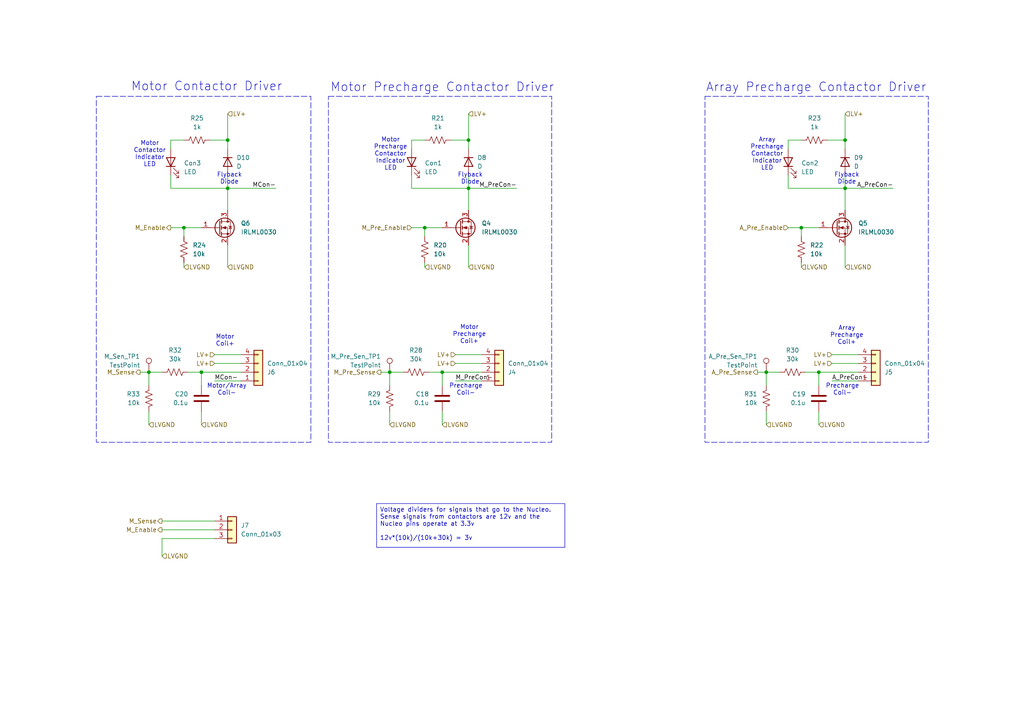
<source format=kicad_sch>
(kicad_sch (version 20231120) (generator "eeschema") (generator_version "8.0")
  (paper "A4")
  (lib_symbols
    (symbol "Connector:TestPoint" (pin_numbers hide) (pin_names (offset 0.762) hide)
      (property "Reference" "TP" (at 0 6.858 0))
      (property "Value" "TestPoint" (at 0 5.08 0))
      (symbol "TestPoint_0_1"
        (circle (center 0 3.302) (radius 0.762))
      )
      (symbol "TestPoint_1_1"
        (pin passive line (at 0 0 90) (length 2.54) (name "1") (number "1"))
      )
    )
    (symbol "Connector_Generic:Conn_01x03" (pin_names (offset 1.016) hide)
      (property "Reference" "J" (at 0 5.08 0))
      (property "Value" "Conn_01x03" (at 0 -5.08 0))
      (symbol "Conn_01x03_1_1"
        (rectangle (start -1.27 -2.413) (end 0 -2.667) (stroke (width 0.1524)))
        (rectangle (start -1.27 0.127) (end 0 -0.127) (stroke (width 0.1524)))
        (rectangle (start -1.27 2.667) (end 0 2.413) (stroke (width 0.1524)))
        (rectangle (start -1.27 3.81) (end 1.27 -3.81) (stroke (width 0.254)) (fill (type background)))
        (pin passive line (at -5.08 2.54 0) (length 3.81) (name "Pin_1") (number "1"))
        (pin passive line (at -5.08 0 0) (length 3.81) (name "Pin_2") (number "2"))
        (pin passive line (at -5.08 -2.54 0) (length 3.81) (name "Pin_3") (number "3"))
      )
    )
    (symbol "Connector_Generic:Conn_01x04" (pin_names (offset 1.016) hide)
      (property "Reference" "J" (at 0 5.08 0))
      (property "Value" "Conn_01x04" (at 0 -7.62 0))
      (symbol "Conn_01x04_1_1"
        (rectangle (start -1.27 -4.953) (end 0 -5.207) (stroke (width 0.1524)))
        (rectangle (start -1.27 -2.413) (end 0 -2.667) (stroke (width 0.1524)))
        (rectangle (start -1.27 0.127) (end 0 -0.127) (stroke (width 0.1524)))
        (rectangle (start -1.27 2.667) (end 0 2.413) (stroke (width 0.1524)))
        (rectangle (start -1.27 3.81) (end 1.27 -6.35) (stroke (width 0.254)) (fill (type background)))
        (pin passive line (at -5.08 2.54 0) (length 3.81) (name "Pin_1") (number "1"))
        (pin passive line (at -5.08 0 0) (length 3.81) (name "Pin_2") (number "2"))
        (pin passive line (at -5.08 -2.54 0) (length 3.81) (name "Pin_3") (number "3"))
        (pin passive line (at -5.08 -5.08 0) (length 3.81) (name "Pin_4") (number "4"))
      )
    )
    (symbol "Device:C" (pin_numbers hide) (pin_names (offset 0.254))
      (property "Reference" "C" (at 0.635 2.54 0))
      (property "Value" "C" (at 0.635 -2.54 0))
      (symbol "C_0_1"
        (polyline (pts (xy -2.032 -0.762) (xy 2.032 -0.762)) (stroke (width 0.508)))
        (polyline (pts (xy -2.032 0.762) (xy 2.032 0.762)) (stroke (width 0.508)))
      )
      (symbol "C_1_1"
        (pin passive line (at 0 3.81 270) (length 2.794) (name "~") (number "1"))
        (pin passive line (at 0 -3.81 90) (length 2.794) (name "~") (number "2"))
      )
    )
    (symbol "Device:D" (pin_numbers hide) (pin_names (offset 1.016) hide)
      (property "Reference" "D" (at 0 2.54 0))
      (property "Value" "D" (at 0 -2.54 0))
      (symbol "D_0_1"
        (polyline (pts (xy -1.27 1.27) (xy -1.27 -1.27)) (stroke (width 0.254)))
        (polyline (pts (xy 1.27 0) (xy -1.27 0)))
        (polyline (pts (xy 1.27 1.27) (xy 1.27 -1.27) (xy -1.27 0) (xy 1.27 1.27)) (stroke (width 0.254)))
      )
      (symbol "D_1_1"
        (pin passive line (at -3.81 0 0) (length 2.54) (name "K") (number "1"))
        (pin passive line (at 3.81 0 180) (length 2.54) (name "A") (number "2"))
      )
    )
    (symbol "Device:LED" (pin_numbers hide) (pin_names (offset 1.016) hide)
      (property "Reference" "D" (at 0 2.54 0))
      (property "Value" "LED" (at 0 -2.54 0))
      (symbol "LED_0_1"
        (polyline (pts (xy -1.27 -1.27) (xy -1.27 1.27)) (stroke (width 0.254)))
        (polyline (pts (xy -1.27 0) (xy 1.27 0)))
        (polyline (pts (xy 1.27 -1.27) (xy 1.27 1.27) (xy -1.27 0) (xy 1.27 -1.27)) (stroke (width 0.254)))
        (polyline (pts (xy -3.048 -0.762) (xy -4.572 -2.286) (xy -3.81 -2.286) (xy -4.572 -2.286) (xy -4.572 -1.524)))
        (polyline (pts (xy -1.778 -0.762) (xy -3.302 -2.286) (xy -2.54 -2.286) (xy -3.302 -2.286) (xy -3.302 -1.524)))
      )
      (symbol "LED_1_1"
        (pin passive line (at -3.81 0 0) (length 2.54) (name "K") (number "1"))
        (pin passive line (at 3.81 0 180) (length 2.54) (name "A") (number "2"))
      )
    )
    (symbol "Device:R_US" (pin_numbers hide) (pin_names (offset 0))
      (property "Reference" "R" (at 2.54 0 90))
      (property "Value" "R_US" (at -2.54 0 90))
      (symbol "R_US_0_1"
        (polyline (pts (xy 0 -2.286) (xy 0 -2.54)))
        (polyline (pts (xy 0 2.286) (xy 0 2.54)))
        (polyline (pts (xy 0 -0.762) (xy 1.016 -1.143) (xy 0 -1.524) (xy -1.016 -1.905) (xy 0 -2.286)))
        (polyline (pts (xy 0 0.762) (xy 1.016 0.381) (xy 0 0) (xy -1.016 -0.381) (xy 0 -0.762)))
        (polyline (pts (xy 0 2.286) (xy 1.016 1.905) (xy 0 1.524) (xy -1.016 1.143) (xy 0 0.762)))
      )
      (symbol "R_US_1_1"
        (pin passive line (at 0 3.81 270) (length 1.27) (name "~") (number "1"))
        (pin passive line (at 0 -3.81 90) (length 1.27) (name "~") (number "2"))
      )
    )
    (symbol "Transistor_FET:IRLML0030" (pin_names hide)
      (property "Reference" "Q" (at 5.08 1.905 0))
      (property "Value" "IRLML0030" (at 5.08 0 0))
      (symbol "IRLML0030_0_1"
        (polyline (pts (xy 0.254 0) (xy -2.54 0)))
        (polyline (pts (xy 0.254 1.905) (xy 0.254 -1.905)) (stroke (width 0.254)))
        (polyline (pts (xy 0.762 -1.27) (xy 0.762 -2.286)) (stroke (width 0.254)))
        (polyline (pts (xy 0.762 0.508) (xy 0.762 -0.508)) (stroke (width 0.254)))
        (polyline (pts (xy 0.762 2.286) (xy 0.762 1.27)) (stroke (width 0.254)))
        (polyline (pts (xy 2.54 2.54) (xy 2.54 1.778)))
        (polyline (pts (xy 2.54 -2.54) (xy 2.54 0) (xy 0.762 0)))
        (polyline (pts (xy 0.762 -1.778) (xy 3.302 -1.778) (xy 3.302 1.778) (xy 0.762 1.778)))
        (polyline (pts (xy 1.016 0) (xy 2.032 0.381) (xy 2.032 -0.381) (xy 1.016 0)) (fill (type outline)))
        (polyline (pts (xy 2.794 0.508) (xy 2.921 0.381) (xy 3.683 0.381) (xy 3.81 0.254)))
        (polyline (pts (xy 3.302 0.381) (xy 2.921 -0.254) (xy 3.683 -0.254) (xy 3.302 0.381)))
        (circle (center 1.651 0) (radius 2.794) (stroke (width 0.254)))
        (circle (center 2.54 -1.778) (radius 0.254) (fill (type outline)))
        (circle (center 2.54 1.778) (radius 0.254) (fill (type outline)))
      )
      (symbol "IRLML0030_1_1"
        (pin input line (at -5.08 0 0) (length 2.54) (name "G") (number "1"))
        (pin passive line (at 2.54 -5.08 90) (length 2.54) (name "S") (number "2"))
        (pin passive line (at 2.54 5.08 270) (length 2.54) (name "D") (number "3"))
      )
    )
  )
  (junction (at 237.49 107.95))
  (junction (at 58.42 107.95))
  (junction (at 232.41 66.04))
  (junction (at 222.25 107.95))
  (junction (at 245.11 54.61))
  (junction (at 128.27 107.95))
  (junction (at 245.11 40.64))
  (junction (at 66.04 54.61))
  (junction (at 66.04 40.64))
  (junction (at 135.89 40.64))
  (junction (at 113.03 107.95))
  (junction (at 53.34 66.04))
  (junction (at 123.19 66.04))
  (junction (at 43.18 107.95))
  (junction (at 135.89 54.61))
  (wire (pts (xy 49.53 54.61) (xy 66.04 54.61)))
  (wire (pts (xy 62.23 110.49) (xy 69.85 110.49)))
  (wire (pts (xy 123.19 66.04) (xy 128.27 66.04)))
  (wire (pts (xy 241.3 102.87) (xy 248.92 102.87)))
  (wire (pts (xy 248.92 105.41) (xy 241.3 105.41)))
  (wire (pts (xy 49.53 50.8) (xy 49.53 54.61)))
  (wire (pts (xy 66.04 33.02) (xy 66.04 40.64)))
  (wire (pts (xy 132.08 110.49) (xy 139.7 110.49)))
  (wire (pts (xy 54.61 107.95) (xy 58.42 107.95)))
  (wire (pts (xy 123.19 68.58) (xy 123.19 66.04)))
  (wire (pts (xy 245.11 50.8) (xy 245.11 54.61)))
  (wire (pts (xy 46.99 156.21) (xy 62.23 156.21)))
  (wire (pts (xy 237.49 119.38) (xy 237.49 123.19)))
  (wire (pts (xy 228.6 40.64) (xy 228.6 43.18)))
  (wire (pts (xy 113.03 119.38) (xy 113.03 123.19)))
  (wire (pts (xy 119.38 40.64) (xy 119.38 43.18)))
  (wire (pts (xy 233.68 107.95) (xy 237.49 107.95)))
  (wire (pts (xy 128.27 107.95) (xy 139.7 107.95)))
  (wire (pts (xy 128.27 107.95) (xy 128.27 111.76)))
  (wire (pts (xy 58.42 107.95) (xy 58.42 111.76)))
  (wire (pts (xy 241.3 110.49) (xy 248.92 110.49)))
  (wire (pts (xy 46.99 107.95) (xy 43.18 107.95)))
  (wire (pts (xy 49.53 40.64) (xy 53.34 40.64)))
  (wire (pts (xy 237.49 107.95) (xy 248.92 107.95)))
  (wire (pts (xy 49.53 40.64) (xy 49.53 43.18)))
  (wire (pts (xy 124.46 107.95) (xy 128.27 107.95)))
  (wire (pts (xy 66.04 54.61) (xy 66.04 60.96)))
  (wire (pts (xy 66.04 54.61) (xy 80.01 54.61)))
  (wire (pts (xy 66.04 40.64) (xy 66.04 43.18)))
  (wire (pts (xy 110.49 107.95) (xy 113.03 107.95)))
  (wire (pts (xy 135.89 33.02) (xy 135.89 40.64)))
  (wire (pts (xy 58.42 107.95) (xy 69.85 107.95)))
  (wire (pts (xy 232.41 76.2) (xy 232.41 77.47)))
  (wire (pts (xy 228.6 40.64) (xy 232.41 40.64)))
  (wire (pts (xy 245.11 54.61) (xy 259.08 54.61)))
  (wire (pts (xy 245.11 71.12) (xy 245.11 77.47)))
  (wire (pts (xy 53.34 76.2) (xy 53.34 77.47)))
  (wire (pts (xy 240.03 40.64) (xy 245.11 40.64)))
  (wire (pts (xy 119.38 66.04) (xy 123.19 66.04)))
  (wire (pts (xy 40.64 107.95) (xy 43.18 107.95)))
  (wire (pts (xy 128.27 119.38) (xy 128.27 123.19)))
  (wire (pts (xy 228.6 54.61) (xy 245.11 54.61)))
  (wire (pts (xy 245.11 40.64) (xy 245.11 43.18)))
  (wire (pts (xy 53.34 66.04) (xy 58.42 66.04)))
  (wire (pts (xy 62.23 102.87) (xy 69.85 102.87)))
  (wire (pts (xy 222.25 107.95) (xy 222.25 111.76)))
  (wire (pts (xy 222.25 119.38) (xy 222.25 123.19)))
  (wire (pts (xy 237.49 107.95) (xy 237.49 111.76)))
  (wire (pts (xy 66.04 50.8) (xy 66.04 54.61)))
  (wire (pts (xy 245.11 33.02) (xy 245.11 40.64)))
  (wire (pts (xy 228.6 66.04) (xy 232.41 66.04)))
  (wire (pts (xy 60.96 40.64) (xy 66.04 40.64)))
  (wire (pts (xy 116.84 107.95) (xy 113.03 107.95)))
  (wire (pts (xy 135.89 54.61) (xy 135.89 60.96)))
  (wire (pts (xy 46.99 156.21) (xy 46.99 161.29)))
  (wire (pts (xy 113.03 107.95) (xy 113.03 111.76)))
  (wire (pts (xy 226.06 107.95) (xy 222.25 107.95)))
  (wire (pts (xy 130.81 40.64) (xy 135.89 40.64)))
  (wire (pts (xy 232.41 68.58) (xy 232.41 66.04)))
  (wire (pts (xy 219.71 107.95) (xy 222.25 107.95)))
  (wire (pts (xy 135.89 54.61) (xy 149.86 54.61)))
  (wire (pts (xy 135.89 40.64) (xy 135.89 43.18)))
  (wire (pts (xy 119.38 54.61) (xy 135.89 54.61)))
  (wire (pts (xy 135.89 71.12) (xy 135.89 77.47)))
  (wire (pts (xy 46.99 153.67) (xy 62.23 153.67)))
  (wire (pts (xy 228.6 50.8) (xy 228.6 54.61)))
  (wire (pts (xy 46.99 151.13) (xy 62.23 151.13)))
  (wire (pts (xy 119.38 50.8) (xy 119.38 54.61)))
  (wire (pts (xy 66.04 71.12) (xy 66.04 77.47)))
  (wire (pts (xy 69.85 105.41) (xy 62.23 105.41)))
  (wire (pts (xy 53.34 68.58) (xy 53.34 66.04)))
  (wire (pts (xy 58.42 119.38) (xy 58.42 123.19)))
  (wire (pts (xy 43.18 107.95) (xy 43.18 111.76)))
  (wire (pts (xy 123.19 76.2) (xy 123.19 77.47)))
  (wire (pts (xy 139.7 105.41) (xy 132.08 105.41)))
  (wire (pts (xy 43.18 119.38) (xy 43.18 123.19)))
  (wire (pts (xy 119.38 40.64) (xy 123.19 40.64)))
  (wire (pts (xy 132.08 102.87) (xy 139.7 102.87)))
  (wire (pts (xy 245.11 54.61) (xy 245.11 60.96)))
  (wire (pts (xy 135.89 50.8) (xy 135.89 54.61)))
  (wire (pts (xy 49.53 66.04) (xy 53.34 66.04)))
  (wire (pts (xy 232.41 66.04) (xy 237.49 66.04)))
  (rectangle (start 27.94 27.94) (end 90.17 128.27) (stroke (width 0) (type dash)))
  (rectangle (start 95.25 27.94) (end 160.02 128.27) (stroke (width 0) (type dash)))
  (rectangle (start 204.47 27.94) (end 269.24 128.27) (stroke (width 0) (type dash)))
  (text_box "Voltage dividers for signals that go to the Nucleo. \nSense signals from contactors are 12v and the Nucleo pins operate at 3.3v\n\n12v*(10k)/(10k+30k) = 3v " (at 109.22 146.05 0) (size 54.61 12.7) (effects (font (size 1.27 1.27)) (justify left top)))
  (text "Flyback\nDiode" (at 66.548 51.816 0) (effects (font (size 1.27 1.27))))
  (text "Array Precharge Contactor Driver" (at 236.728 25.4 0) (effects (font (size 2.54 2.54))))
  (text "Precharge\nCoil-\n" (at 135.128 113.03 0) (effects (font (size 1.27 1.27))))
  (text "Motor\nContactor\nIndicator\nLED" (at 43.434 44.704 0) (effects (font (size 1.27 1.27))))
  (text "Motor Precharge Contactor Driver" (at 128.27 25.4 0) (effects (font (size 2.54 2.54))))
  (text "Motor\nPrecharge\nContactor\nIndicator\nLED" (at 113.284 44.704 0) (effects (font (size 1.27 1.27))))
  (text "Motor\nPrecharge\nCoil+" (at 136.144 97.028 0) (effects (font (size 1.27 1.27))))
  (text "Array\nPrecharge\nContactor\nIndicator\nLED" (at 222.504 44.704 0) (effects (font (size 1.27 1.27))))
  (text "Flyback\nDiode" (at 136.398 51.816 0) (effects (font (size 1.27 1.27))))
  (text "Array\nPrecharge\nCoil+" (at 245.618 97.282 0) (effects (font (size 1.27 1.27))))
  (text "Flyback\nDiode" (at 245.618 51.816 0) (effects (font (size 1.27 1.27))))
  (text "Precharge\nCoil-\n" (at 244.348 113.03 0) (effects (font (size 1.27 1.27))))
  (text "Motor/Array\nCoil-\n" (at 65.786 113.03 0) (effects (font (size 1.27 1.27))))
  (text "Motor\nCoil+" (at 65.278 98.806 0) (effects (font (size 1.27 1.27))))
  (text "Motor Contactor Driver" (at 59.944 25.146 0) (effects (font (size 2.54 2.54))))
  (label "MCon-" (at 62.23 110.49 0))
  (label "A_PreCon-" (at 241.3 110.49 0))
  (label "M_PreCon-" (at 149.86 54.61 180))
  (label "M_PreCon-" (at 132.08 110.49 0))
  (label "MCon-" (at 80.01 54.61 180))
  (label "A_PreCon-" (at 259.08 54.61 180))
  (hierarchical_label "LV+" (shape input) (at 241.3 102.87 180))
  (hierarchical_label "LV+" (shape input) (at 135.89 33.02 0))
  (hierarchical_label "LV+" (shape input) (at 132.08 102.87 180))
  (hierarchical_label "LVGND" (shape input) (at 66.04 77.47 0))
  (hierarchical_label "A_Pre_Enable" (shape input) (at 228.6 66.04 180))
  (hierarchical_label "LV+" (shape input) (at 62.23 105.41 180))
  (hierarchical_label "LVGND" (shape input) (at 43.18 123.19 0))
  (hierarchical_label "LVGND" (shape input) (at 135.89 77.47 0))
  (hierarchical_label "LVGND" (shape input) (at 53.34 77.47 0))
  (hierarchical_label "LVGND" (shape input) (at 46.99 161.29 0))
  (hierarchical_label "LV+" (shape input) (at 241.3 105.41 180))
  (hierarchical_label "LVGND" (shape input) (at 245.11 77.47 0))
  (hierarchical_label "LV+" (shape input) (at 132.08 105.41 180))
  (hierarchical_label "LVGND" (shape input) (at 128.27 123.19 0))
  (hierarchical_label "LV+" (shape input) (at 66.04 33.02 0))
  (hierarchical_label "LVGND" (shape input) (at 113.03 123.19 0))
  (hierarchical_label "M_Enable" (shape output) (at 46.99 153.67 180))
  (hierarchical_label "LVGND" (shape input) (at 123.19 77.47 0))
  (hierarchical_label "M_Pre_Sense" (shape output) (at 110.49 107.95 180))
  (hierarchical_label "M_Sense" (shape output) (at 40.64 107.95 180))
  (hierarchical_label "LV+" (shape input) (at 62.23 102.87 180))
  (hierarchical_label "LV+" (shape input) (at 245.11 33.02 0))
  (hierarchical_label "M_Sense" (shape output) (at 46.99 151.13 180))
  (hierarchical_label "A_Pre_Sense" (shape output) (at 219.71 107.95 180))
  (hierarchical_label "LVGND" (shape input) (at 237.49 123.19 0))
  (hierarchical_label "LVGND" (shape input) (at 232.41 77.47 0))
  (hierarchical_label "LVGND" (shape input) (at 58.42 123.19 0))
  (hierarchical_label "LVGND" (shape input) (at 222.25 123.19 0))
  (hierarchical_label "M_Pre_Enable" (shape input) (at 119.38 66.04 180))
  (hierarchical_label "M_Enable" (shape output) (at 49.53 66.04 180))
  (symbol (lib_id "Connector_Generic:Conn_01x03") (at 67.31 153.67 0) (unit 1)
    (property "Reference" "J7" (at 69.85 152.3999 0) (effects (justify left)))
    (property "Value" "Conn_01x03" (at 69.85 154.9399 0) (effects (justify left)))
    (property "Footprint" "utsvt-conn:Molex_MicroFit3.0_1x3xP3.00mm_PolarizingPeg_Vertical" (effects (hide yes)))
    (property "Description" "Generic connector, single row, 01x03, script generated (kicad-library-utils/schlib/autogen/connector/)" (effects (hide yes)))
  )
  (symbol (lib_id "Device:R_US") (at 120.65 107.95 90) (unit 1)
    (property "Reference" "R28" (at 120.65 101.6 90))
    (property "Value" "30k" (at 120.65 104.14 90))
    (property "Footprint" "Resistor_SMD:R_0805_2012Metric" (effects (hide yes)))
    (property "Description" "Resistor, US symbol" (effects (hide yes)))
  )
  (symbol (lib_id "Device:R_US") (at 53.34 72.39 0) (unit 1)
    (property "Reference" "R24" (at 55.88 71.1199 0) (effects (justify left)))
    (property "Value" "10k" (at 55.88 73.6599 0) (effects (justify left)))
    (property "Footprint" "Resistor_SMD:R_0805_2012Metric" (effects (hide yes)))
    (property "Description" "Resistor, US symbol" (effects (hide yes)))
  )
  (symbol (lib_id "Device:R_US") (at 127 40.64 90) (unit 1)
    (property "Reference" "R21" (at 127 34.29 90))
    (property "Value" "1k" (at 127 36.83 90))
    (property "Footprint" "Resistor_SMD:R_0805_2012Metric" (effects (hide yes)))
    (property "Description" "Resistor, US symbol" (effects (hide yes)))
  )
  (symbol (lib_id "Device:R_US") (at 113.03 115.57 0) (mirror y) (unit 1)
    (property "Reference" "R29" (at 110.49 114.2999 0) (effects (justify left)))
    (property "Value" "10k" (at 110.49 116.8399 0) (effects (justify left)))
    (property "Footprint" "Resistor_SMD:R_0805_2012Metric" (effects (hide yes)))
    (property "Description" "Resistor, US symbol" (effects (hide yes)))
  )
  (symbol (lib_id "Device:D") (at 245.11 46.99 270) (unit 1)
    (property "Reference" "D9" (at 247.65 45.7199 90) (effects (justify left)))
    (property "Value" "D" (at 247.65 48.2599 90) (effects (justify left)))
    (property "Footprint" "Active-PrechargeLib:SODFL4724X108N" (effects (hide yes)))
    (property "Description" "Diode" (effects (hide yes)))
    (property "Sim.Device" "D" (effects (hide yes)))
    (property "Sim.Pins" "1=K 2=A" (effects (hide yes)))
  )
  (symbol (lib_id "Connector:TestPoint") (at 113.03 107.95 0) (mirror y) (unit 1)
    (property "Reference" "M_Pre_Sen_TP1" (at 110.49 103.3779 0) (effects (justify left)))
    (property "Value" "TestPoint" (at 110.49 105.9179 0) (effects (justify left)))
    (property "Footprint" "utsvt-special:TestPoint_HEX_3mmID" (effects (hide yes)))
    (property "Description" "test point" (effects (hide yes)))
  )
  (symbol (lib_id "Device:R_US") (at 43.18 115.57 0) (mirror y) (unit 1)
    (property "Reference" "R33" (at 40.64 114.2999 0) (effects (justify left)))
    (property "Value" "10k" (at 40.64 116.8399 0) (effects (justify left)))
    (property "Footprint" "Resistor_SMD:R_0805_2012Metric" (effects (hide yes)))
    (property "Description" "Resistor, US symbol" (effects (hide yes)))
  )
  (symbol (lib_id "Device:D") (at 66.04 46.99 270) (unit 1)
    (property "Reference" "D10" (at 68.58 45.7199 90) (effects (justify left)))
    (property "Value" "D" (at 68.58 48.2599 90) (effects (justify left)))
    (property "Footprint" "Active-PrechargeLib:SODFL4724X108N" (effects (hide yes)))
    (property "Description" "Diode" (effects (hide yes)))
    (property "Sim.Device" "D" (effects (hide yes)))
    (property "Sim.Pins" "1=K 2=A" (effects (hide yes)))
  )
  (symbol (lib_id "Transistor_FET:IRLML0030") (at 242.57 66.04 0) (unit 1)
    (property "Reference" "Q5" (at 248.92 64.7699 0) (effects (justify left)))
    (property "Value" "IRLML0030" (at 248.92 67.3099 0) (effects (justify left)))
    (property "Footprint" "Package_TO_SOT_SMD:SOT-23" (effects (hide yes)))
    (property "Datasheet" "https://www.infineon.com/dgdl/irlml0030pbf.pdf?fileId=5546d462533600a401535664773825df" (effects (hide yes)))
    (property "Description" "5.3A Id, 30V Vds, 27mOhm Rds, N-Channel HEXFET Power MOSFET, SOT-23" (effects (hide yes)))
  )
  (symbol (lib_id "Device:R_US") (at 50.8 107.95 90) (unit 1)
    (property "Reference" "R32" (at 50.8 101.6 90))
    (property "Value" "30k" (at 50.8 104.14 90))
    (property "Footprint" "Resistor_SMD:R_0805_2012Metric" (effects (hide yes)))
    (property "Description" "Resistor, US symbol" (effects (hide yes)))
  )
  (symbol (lib_id "Device:LED") (at 119.38 46.99 90) (unit 1)
    (property "Reference" "Con1" (at 123.19 47.3074 90) (effects (justify right)))
    (property "Value" "LED" (at 123.19 49.8474 90) (effects (justify right)))
    (property "Footprint" "LED_SMD:LED_0805_2012Metric" (effects (hide yes)))
    (property "Description" "Light emitting diode" (effects (hide yes)))
  )
  (symbol (lib_id "Device:R_US") (at 232.41 72.39 0) (unit 1)
    (property "Reference" "R22" (at 234.95 71.1199 0) (effects (justify left)))
    (property "Value" "10k" (at 234.95 73.6599 0) (effects (justify left)))
    (property "Footprint" "Resistor_SMD:R_0805_2012Metric" (effects (hide yes)))
    (property "Description" "Resistor, US symbol" (effects (hide yes)))
  )
  (symbol (lib_id "Device:C") (at 237.49 115.57 0) (mirror y) (unit 1)
    (property "Reference" "C19" (at 233.68 114.2999 0) (effects (justify left)))
    (property "Value" "0.1u" (at 233.68 116.8399 0) (effects (justify left)))
    (property "Footprint" "Capacitor_SMD:C_0805_2012Metric" (effects (hide yes)))
    (property "Description" "Unpolarized capacitor" (effects (hide yes)))
  )
  (symbol (lib_id "Device:C") (at 58.42 115.57 0) (mirror y) (unit 1)
    (property "Reference" "C20" (at 54.61 114.2999 0) (effects (justify left)))
    (property "Value" "0.1u" (at 54.61 116.8399 0) (effects (justify left)))
    (property "Footprint" "Capacitor_SMD:C_0805_2012Metric" (effects (hide yes)))
    (property "Description" "Unpolarized capacitor" (effects (hide yes)))
  )
  (symbol (lib_id "Connector:TestPoint") (at 43.18 107.95 0) (mirror y) (unit 1)
    (property "Reference" "M_Sen_TP1" (at 40.64 103.3779 0) (effects (justify left)))
    (property "Value" "TestPoint" (at 40.64 105.9179 0) (effects (justify left)))
    (property "Footprint" "utsvt-special:TestPoint_HEX_3mmID" (effects (hide yes)))
    (property "Description" "test point" (effects (hide yes)))
  )
  (symbol (lib_id "Transistor_FET:IRLML0030") (at 133.35 66.04 0) (unit 1)
    (property "Reference" "Q4" (at 139.7 64.7699 0) (effects (justify left)))
    (property "Value" "IRLML0030" (at 139.7 67.3099 0) (effects (justify left)))
    (property "Footprint" "Package_TO_SOT_SMD:SOT-23" (effects (hide yes)))
    (property "Datasheet" "https://www.infineon.com/dgdl/irlml0030pbf.pdf?fileId=5546d462533600a401535664773825df" (effects (hide yes)))
    (property "Description" "5.3A Id, 30V Vds, 27mOhm Rds, N-Channel HEXFET Power MOSFET, SOT-23" (effects (hide yes)))
  )
  (symbol (lib_id "Device:R_US") (at 57.15 40.64 90) (unit 1)
    (property "Reference" "R25" (at 57.15 34.29 90))
    (property "Value" "1k" (at 57.15 36.83 90))
    (property "Footprint" "Resistor_SMD:R_0805_2012Metric" (effects (hide yes)))
    (property "Description" "Resistor, US symbol" (effects (hide yes)))
  )
  (symbol (lib_id "Device:R_US") (at 123.19 72.39 0) (unit 1)
    (property "Reference" "R20" (at 125.73 71.1199 0) (effects (justify left)))
    (property "Value" "10k" (at 125.73 73.6599 0) (effects (justify left)))
    (property "Footprint" "Resistor_SMD:R_0805_2012Metric" (effects (hide yes)))
    (property "Description" "Resistor, US symbol" (effects (hide yes)))
  )
  (symbol (lib_id "Device:R_US") (at 229.87 107.95 90) (unit 1)
    (property "Reference" "R30" (at 229.87 101.6 90))
    (property "Value" "30k" (at 229.87 104.14 90))
    (property "Footprint" "Resistor_SMD:R_0805_2012Metric" (effects (hide yes)))
    (property "Description" "Resistor, US symbol" (effects (hide yes)))
  )
  (symbol (lib_id "Device:R_US") (at 236.22 40.64 90) (unit 1)
    (property "Reference" "R23" (at 236.22 34.29 90))
    (property "Value" "1k" (at 236.22 36.83 90))
    (property "Footprint" "Resistor_SMD:R_0805_2012Metric" (effects (hide yes)))
    (property "Description" "Resistor, US symbol" (effects (hide yes)))
  )
  (symbol (lib_id "Device:R_US") (at 222.25 115.57 0) (mirror y) (unit 1)
    (property "Reference" "R31" (at 219.71 114.2999 0) (effects (justify left)))
    (property "Value" "10k" (at 219.71 116.8399 0) (effects (justify left)))
    (property "Footprint" "Resistor_SMD:R_0805_2012Metric" (effects (hide yes)))
    (property "Description" "Resistor, US symbol" (effects (hide yes)))
  )
  (symbol (lib_id "Device:LED") (at 49.53 46.99 90) (unit 1)
    (property "Reference" "Con3" (at 53.34 47.3074 90) (effects (justify right)))
    (property "Value" "LED" (at 53.34 49.8474 90) (effects (justify right)))
    (property "Footprint" "LED_SMD:LED_0805_2012Metric" (effects (hide yes)))
    (property "Description" "Light emitting diode" (effects (hide yes)))
  )
  (symbol (lib_id "Device:C") (at 128.27 115.57 0) (mirror y) (unit 1)
    (property "Reference" "C18" (at 124.46 114.2999 0) (effects (justify left)))
    (property "Value" "0.1u" (at 124.46 116.8399 0) (effects (justify left)))
    (property "Footprint" "Capacitor_SMD:C_0805_2012Metric" (effects (hide yes)))
    (property "Description" "Unpolarized capacitor" (effects (hide yes)))
  )
  (symbol (lib_id "Device:LED") (at 228.6 46.99 90) (unit 1)
    (property "Reference" "Con2" (at 232.41 47.3074 90) (effects (justify right)))
    (property "Value" "LED" (at 232.41 49.8474 90) (effects (justify right)))
    (property "Footprint" "LED_SMD:LED_0805_2012Metric" (effects (hide yes)))
    (property "Description" "Light emitting diode" (effects (hide yes)))
  )
  (symbol (lib_id "Transistor_FET:IRLML0030") (at 63.5 66.04 0) (unit 1)
    (property "Reference" "Q6" (at 69.85 64.7699 0) (effects (justify left)))
    (property "Value" "IRLML0030" (at 69.85 67.3099 0) (effects (justify left)))
    (property "Footprint" "Package_TO_SOT_SMD:SOT-23" (effects (hide yes)))
    (property "Datasheet" "https://www.infineon.com/dgdl/irlml0030pbf.pdf?fileId=5546d462533600a401535664773825df" (effects (hide yes)))
    (property "Description" "5.3A Id, 30V Vds, 27mOhm Rds, N-Channel HEXFET Power MOSFET, SOT-23" (effects (hide yes)))
  )
  (symbol (lib_id "Connector_Generic:Conn_01x04") (at 144.78 107.95 0) (mirror x) (unit 1)
    (property "Reference" "J4" (at 147.32 107.9501 0) (effects (justify left)))
    (property "Value" "Conn_01x04" (at 147.32 105.4101 0) (effects (justify left)))
    (property "Footprint" "utsvt-conn:Molex_MicroFit3.0_1x4xP3.00mm_PolarizingPeg_Vertical" (effects (hide yes)))
    (property "Description" "Generic connector, single row, 01x04, script generated (kicad-library-utils/schlib/autogen/connector/)" (effects (hide yes)))
  )
  (symbol (lib_id "Connector:TestPoint") (at 222.25 107.95 0) (mirror y) (unit 1)
    (property "Reference" "A_Pre_Sen_TP1" (at 219.71 103.3779 0) (effects (justify left)))
    (property "Value" "TestPoint" (at 219.71 105.9179 0) (effects (justify left)))
    (property "Footprint" "utsvt-special:TestPoint_HEX_3mmID" (effects (hide yes)))
    (property "Description" "test point" (effects (hide yes)))
  )
  (symbol (lib_id "Connector_Generic:Conn_01x04") (at 74.93 107.95 0) (mirror x) (unit 1)
    (property "Reference" "J6" (at 77.47 107.9501 0) (effects (justify left)))
    (property "Value" "Conn_01x04" (at 77.47 105.4101 0) (effects (justify left)))
    (property "Footprint" "utsvt-conn:Molex_MicroFit3.0_1x4xP3.00mm_PolarizingPeg_Vertical" (effects (hide yes)))
    (property "Description" "Generic connector, single row, 01x04, script generated (kicad-library-utils/schlib/autogen/connector/)" (effects (hide yes)))
  )
  (symbol (lib_id "Device:D") (at 135.89 46.99 270) (unit 1)
    (property "Reference" "D8" (at 138.43 45.7199 90) (effects (justify left)))
    (property "Value" "D" (at 138.43 48.2599 90) (effects (justify left)))
    (property "Footprint" "Active-PrechargeLib:SODFL4724X108N" (effects (hide yes)))
    (property "Description" "Diode" (effects (hide yes)))
    (property "Sim.Device" "D" (effects (hide yes)))
    (property "Sim.Pins" "1=K 2=A" (effects (hide yes)))
  )
  (symbol (lib_id "Connector_Generic:Conn_01x04") (at 254 107.95 0) (mirror x) (unit 1)
    (property "Reference" "J5" (at 256.54 107.9501 0) (effects (justify left)))
    (property "Value" "Conn_01x04" (at 256.54 105.4101 0) (effects (justify left)))
    (property "Footprint" "utsvt-conn:Molex_MicroFit3.0_1x4xP3.00mm_PolarizingPeg_Vertical" (effects (hide yes)))
    (property "Description" "Generic connector, single row, 01x04, script generated (kicad-library-utils/schlib/autogen/connector/)" (effects (hide yes)))
  )
)
</source>
